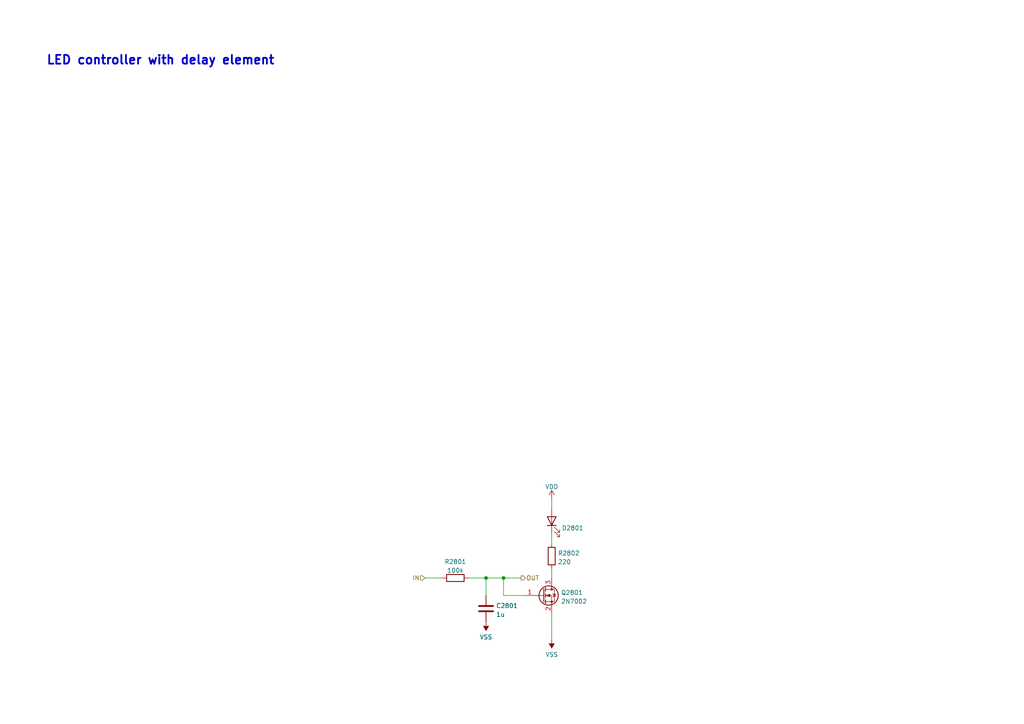
<source format=kicad_sch>
(kicad_sch (version 20211123) (generator eeschema)
  (paper "A4")
  (lib_symbols
    (symbol "Device:C" (pin_numbers hide) (pin_names (offset 0.254))
      (property "Reference" "C" (at 0.635 2.54 0))
      (property "Value" "C" (at 0.635 -2.54 0))
      (symbol "C_0_1"
        (polyline (pts (xy -2.032 -0.762) (xy 2.032 -0.762)) (stroke (width 0.508)))
        (polyline (pts (xy -2.032 0.762) (xy 2.032 0.762)) (stroke (width 0.508)))
      )
      (symbol "C_1_1"
        (pin passive line (at 0 3.81 270) (length 2.794) (name "~") (number "1"))
        (pin passive line (at 0 -3.81 90) (length 2.794) (name "~") (number "2"))
      )
    )
    (symbol "Device:LED" (pin_numbers hide) (pin_names (offset 1.016) hide)
      (property "Reference" "D" (at 0 2.54 0))
      (property "Value" "LED" (at 0 -2.54 0))
      (symbol "LED_0_1"
        (polyline (pts (xy -1.27 -1.27) (xy -1.27 1.27)) (stroke (width 0.254)))
        (polyline (pts (xy -1.27 0) (xy 1.27 0)))
        (polyline (pts (xy 1.27 -1.27) (xy 1.27 1.27) (xy -1.27 0) (xy 1.27 -1.27)) (stroke (width 0.254)))
        (polyline (pts (xy -3.048 -0.762) (xy -4.572 -2.286) (xy -3.81 -2.286) (xy -4.572 -2.286) (xy -4.572 -1.524)))
        (polyline (pts (xy -1.778 -0.762) (xy -3.302 -2.286) (xy -2.54 -2.286) (xy -3.302 -2.286) (xy -3.302 -1.524)))
      )
      (symbol "LED_1_1"
        (pin passive line (at -3.81 0 0) (length 2.54) (name "K") (number "1"))
        (pin passive line (at 3.81 0 180) (length 2.54) (name "A") (number "2"))
      )
    )
    (symbol "Device:R" (pin_numbers hide) (pin_names (offset 0))
      (property "Reference" "R" (at 2.032 0 90))
      (property "Value" "R" (at 0 0 90))
      (symbol "R_0_1"
        (rectangle (start -1.016 -2.54) (end 1.016 2.54) (stroke (width 0.254)))
      )
      (symbol "R_1_1"
        (pin passive line (at 0 3.81 270) (length 1.27) (name "~") (number "1"))
        (pin passive line (at 0 -3.81 90) (length 1.27) (name "~") (number "2"))
      )
    )
    (symbol "Transistor_FET:2N7002" (pin_names hide)
      (property "Reference" "Q" (at 5.08 1.905 0))
      (property "Value" "2N7002" (at 5.08 0 0))
      (symbol "2N7002_0_1"
        (polyline (pts (xy 0.254 0) (xy -2.54 0)))
        (polyline (pts (xy 0.254 1.905) (xy 0.254 -1.905)) (stroke (width 0.254)))
        (polyline (pts (xy 0.762 -1.27) (xy 0.762 -2.286)) (stroke (width 0.254)))
        (polyline (pts (xy 0.762 0.508) (xy 0.762 -0.508)) (stroke (width 0.254)))
        (polyline (pts (xy 0.762 2.286) (xy 0.762 1.27)) (stroke (width 0.254)))
        (polyline (pts (xy 2.54 2.54) (xy 2.54 1.778)))
        (polyline (pts (xy 2.54 -2.54) (xy 2.54 0) (xy 0.762 0)))
        (polyline (pts (xy 0.762 -1.778) (xy 3.302 -1.778) (xy 3.302 1.778) (xy 0.762 1.778)))
        (polyline (pts (xy 1.016 0) (xy 2.032 0.381) (xy 2.032 -0.381) (xy 1.016 0)) (fill (type outline)))
        (polyline (pts (xy 2.794 0.508) (xy 2.921 0.381) (xy 3.683 0.381) (xy 3.81 0.254)))
        (polyline (pts (xy 3.302 0.381) (xy 2.921 -0.254) (xy 3.683 -0.254) (xy 3.302 0.381)))
        (circle (center 1.651 0) (radius 2.794) (stroke (width 0.254)))
        (circle (center 2.54 -1.778) (radius 0.254) (fill (type outline)))
        (circle (center 2.54 1.778) (radius 0.254) (fill (type outline)))
      )
      (symbol "2N7002_1_1"
        (pin input line (at -5.08 0 0) (length 2.54) (name "G") (number "1"))
        (pin passive line (at 2.54 -5.08 90) (length 2.54) (name "S") (number "2"))
        (pin passive line (at 2.54 5.08 270) (length 2.54) (name "D") (number "3"))
      )
    )
    (symbol "power:VDD" (power) (pin_names (offset 0))
      (property "Value" "VDD" (at 0 3.81 0))
      (symbol "VDD_0_1"
        (polyline (pts (xy -0.762 1.27) (xy 0 2.54)))
        (polyline (pts (xy 0 0) (xy 0 2.54)))
        (polyline (pts (xy 0 2.54) (xy 0.762 1.27)))
      )
      (symbol "VDD_1_1"
        (pin power_in line (at 0 0 90) (length 0) hide (name "VDD") (number "1"))
      )
    )
    (symbol "power:VSS" (power) (pin_names (offset 0))
      (property "Value" "VSS" (at 0 3.81 0))
      (symbol "VSS_0_1"
        (polyline (pts (xy 0 0) (xy 0 2.54)))
        (polyline (pts (xy 0.762 1.27) (xy -0.762 1.27) (xy 0 2.54) (xy 0.762 1.27)) (fill (type outline)))
      )
      (symbol "VSS_1_1"
        (pin power_in line (at 0 0 90) (length 0) hide (name "VSS") (number "1"))
      )
    )
  )
  (junction (at 146.05 167.64))
  (junction (at 140.97 167.64))
  (wire (pts (xy 160.02 177.8) (xy 160.02 185.42)))
  (wire (pts (xy 151.13 167.64) (xy 146.05 167.64)))
  (wire (pts (xy 160.02 165.1) (xy 160.02 167.64)))
  (wire (pts (xy 146.05 167.64) (xy 146.05 172.72)))
  (wire (pts (xy 160.02 144.78) (xy 160.02 147.32)))
  (wire (pts (xy 140.97 167.64) (xy 135.89 167.64)))
  (wire (pts (xy 146.05 172.72) (xy 152.4 172.72)))
  (wire (pts (xy 160.02 154.94) (xy 160.02 157.48)))
  (wire (pts (xy 146.05 167.64) (xy 140.97 167.64)))
  (wire (pts (xy 140.97 167.64) (xy 140.97 172.72)))
  (wire (pts (xy 123.19 167.64) (xy 128.27 167.64)))
  (text "LED controller with delay element" (at 13.335 19.05 0) (effects (font (size 2.54 2.54) (thickness 0.508) bold) (justify left bottom)))
  (hierarchical_label "OUT" (shape output) (at 151.13 167.64 0))
  (hierarchical_label "IN" (shape input) (at 123.19 167.64 180))
  (symbol (lib_id "Device:R") (at 132.08 167.64 90) (unit 1)
    (property "Reference" "R2801" (at 132.08 162.9242 90))
    (property "Value" "100k" (at 132.08 165.4611 90))
    (property "Footprint" "Resistor_SMD:R_0402_1005Metric" (effects hide))
    (property "JLC" "C25741" (effects hide))
  )
  (symbol (lib_id "power:VSS") (at 160.02 185.42 180) (unit 1)
    (property "Reference" "#PWR02803" (effects hide))
    (property "Value" "VSS" (at 160.02 189.8634 0))
  )
  (symbol (lib_id "Device:LED") (at 160.02 151.13 90) (unit 1)
    (property "Reference" "D2801" (at 162.941 153.1513 90) (effects (justify right)))
    (property "Value" "White" (effects hide))
    (property "Footprint" "mark:LED_0603_1608Metric_no_silk" (effects hide))
    (property "Datasheet" "https://datasheet.lcsc.com/lcsc/1809041711_Hubei-KENTO-Elec-C2290_C2290.pdf" (effects hide))
    (property "JLC" "C2290" (effects hide))
  )
  (symbol (lib_id "Device:R") (at 160.02 161.29 0) (unit 1)
    (property "Reference" "R2802" (at 161.798 160.4553 0) (effects (justify left)))
    (property "Value" "220" (at 161.798 162.9922 0) (effects (justify left)))
    (property "Footprint" "Resistor_SMD:R_0402_1005Metric" (effects hide))
    (property "Datasheet" "https://datasheet.lcsc.com/lcsc/2205311900_UNI-ROYAL-Uniroyal-Elec-0402WGF2000TCE_C25087.pdf" (effects hide))
    (property "JLC" "C25091" (effects hide))
  )
  (symbol (lib_id "power:VSS") (at 140.97 180.34 180) (unit 1)
    (property "Reference" "#PWR02801" (effects hide))
    (property "Value" "VSS" (at 140.97 184.7834 0))
  )
  (symbol (lib_id "power:VDD") (at 160.02 144.78 0) (unit 1)
    (property "Reference" "#PWR02802" (effects hide))
    (property "Value" "VDD" (at 160.02 141.2042 0))
  )
  (symbol (lib_id "Device:C") (at 140.97 176.53 0) (unit 1)
    (property "Reference" "C2801" (at 143.891 175.6953 0) (effects (justify left)))
    (property "Value" "1u" (at 143.891 178.2322 0) (effects (justify left)))
    (property "Footprint" "Capacitor_SMD:C_0402_1005Metric" (effects hide))
    (property "Datasheet" "https://datasheet.lcsc.com/lcsc/1810191219_Samsung-Electro-Mechanics-CL05B104KO5NNNC_C1525.pdf" (effects hide))
    (property "JLC" "C52923" (effects hide))
  )
  (symbol (lib_id "Transistor_FET:2N7002") (at 157.48 172.72 0) (unit 1)
    (property "Reference" "Q2801" (at 162.687 171.8853 0) (effects (justify left)))
    (property "Value" "2N7002" (at 162.687 174.4222 0) (effects (justify left)))
    (property "Footprint" "Package_TO_SOT_SMD:SOT-23" (effects hide))
    (property "Datasheet" "https://datasheet.lcsc.com/lcsc/1810151612_Jiangsu-Changjing-Electronics-Technology-Co---Ltd--2N7002_C8545.pdf" (effects hide))
    (property "JLC" "C8545" (effects hide))
  )
)
</source>
